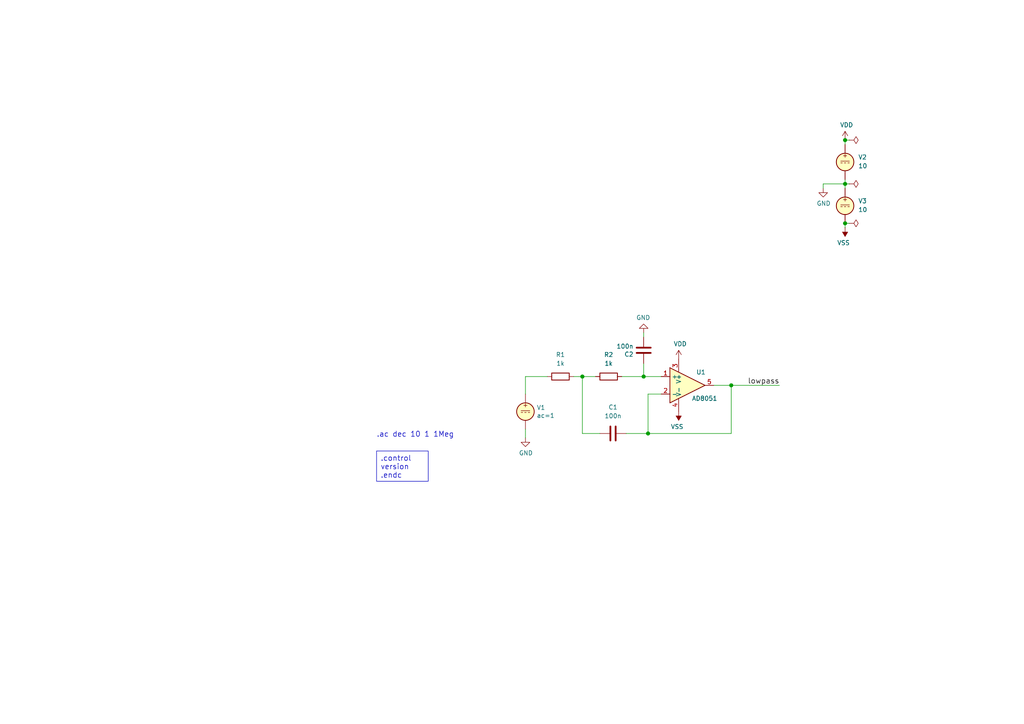
<source format=kicad_sch>
(kicad_sch (version 20250114) (generator "eeschema") (generator_version "9.0")
  (paper "A4")
  (lib_symbols
    (symbol "sallen_key_schlib:C" (pin_numbers (hide yes)) (pin_names (offset 0.254))
      (property "Reference" "C" (at 0.635 2.54 0))
      (property "Value" "C" (at 0.635 -2.54 0))
      (symbol "C_0_1"
        (polyline (pts (xy -2.032 0.762) (xy 2.032 0.762)) (stroke (width 0.508)))
        (polyline (pts (xy -2.032 -0.762) (xy 2.032 -0.762)) (stroke (width 0.508)))
      )
      (symbol "C_1_1"
        (pin passive line (at 0 3.81 270) (length 2.794) (name "~") (number "1"))
        (pin passive line (at 0 -3.81 90) (length 2.794) (name "~") (number "2"))
      )
    )
    (symbol "sallen_key_schlib:GND" (power) (pin_names (offset 0))
      (property "Value" "GND" (at 0 -3.81 0))
      (symbol "GND_0_1"
        (polyline (pts (xy 0 0) (xy 0 -1.27) (xy 1.27 -1.27) (xy 0 -2.54) (xy -1.27 -1.27) (xy 0 -1.27)))
      )
      (symbol "GND_1_1"
        (pin power_in line (at 0 0 270) (length 0) (hide yes) (name "GND") (number "1"))
      )
    )
    (symbol "sallen_key_schlib:Generic_Opamp"
      (property "Reference" "U" (at 0 6.35 0))
      (property "Value" "Generic_Opamp" (at 0 3.81 0))
      (symbol "Generic_Opamp_0_1"
        (polyline (pts (xy -5.08 5.08) (xy 5.08 0) (xy -5.08 -5.08) (xy -5.08 5.08)) (stroke (width 0.254)) (fill (type background)))
      )
      (symbol "Generic_Opamp_1_1"
        (pin input line (at -7.62 2.54 0) (length 2.54) (name "+") (number "1"))
        (pin input line (at -7.62 -2.54 0) (length 2.54) (name "-") (number "2"))
        (pin power_in line (at -2.54 7.62 270) (length 3.81) (name "V+") (number "3"))
        (pin power_in line (at -2.54 -7.62 90) (length 3.81) (name "V-") (number "4"))
        (pin output line (at 7.62 0 180) (length 2.54) (name "~") (number "5"))
      )
    )
    (symbol "sallen_key_schlib:PWR_FLAG" (power) (pin_numbers (hide yes)) (pin_names (offset 0) (hide yes))
      (property "Value" "PWR_FLAG" (at 0 3.81 0))
      (symbol "PWR_FLAG_0_0"
        (pin power_out line (at 0 0 90) (length 0) (name "pwr") (number "1"))
      )
      (symbol "PWR_FLAG_0_1"
        (polyline (pts (xy 0 0) (xy 0 1.27) (xy -1.016 1.905) (xy 0 2.54) (xy 1.016 1.905) (xy 0 1.27)))
      )
    )
    (symbol "sallen_key_schlib:R" (pin_numbers (hide yes)) (pin_names (offset 0))
      (property "Reference" "R" (at 2.032 0 90))
      (property "Value" "R" (at 0 0 90))
      (symbol "R_0_1"
        (rectangle (start -1.016 -2.54) (end 1.016 2.54) (stroke (width 0.254)))
      )
      (symbol "R_1_1"
        (pin passive line (at 0 3.81 270) (length 1.27) (name "~") (number "1"))
        (pin passive line (at 0 -3.81 90) (length 1.27) (name "~") (number "2"))
      )
    )
    (symbol "sallen_key_schlib:VDC" (pin_numbers (hide yes)) (pin_names (offset 0.0254))
      (property "Reference" "V" (at 2.54 2.54 0))
      (property "Value" "1" (at 2.54 0 0))
      (symbol "VDC_0_0"
        (polyline (pts (xy -1.27 0.254) (xy 1.27 0.254)))
        (polyline (pts (xy -0.762 -0.254) (xy -1.27 -0.254)))
        (polyline (pts (xy 0.254 -0.254) (xy -0.254 -0.254)))
        (polyline (pts (xy 1.27 -0.254) (xy 0.762 -0.254)))
        (text "+" (at 0 1.905 0) (effects (font (size 1.27 1.27))))
      )
      (symbol "VDC_0_1"
        (circle (center 0 0) (radius 2.54) (stroke (width 0.254)) (fill (type background)))
      )
      (symbol "VDC_1_1"
        (pin passive line (at 0 5.08 270) (length 2.54) (name "~") (number "1"))
        (pin passive line (at 0 -5.08 90) (length 2.54) (name "~") (number "2"))
      )
    )
    (symbol "sallen_key_schlib:VDD" (power) (pin_numbers (hide yes)) (pin_names (offset 0) (hide yes))
      (property "Value" "VDD" (at 0 3.556 0))
      (symbol "VDD_0_1"
        (polyline (pts (xy -0.762 1.27) (xy 0 2.54)))
        (polyline (pts (xy 0 2.54) (xy 0.762 1.27)))
        (polyline (pts (xy 0 0) (xy 0 2.54)))
      )
      (symbol "VDD_1_1"
        (pin power_in line (at 0 0 90) (length 0) (name "~") (number "1"))
      )
    )
    (symbol "sallen_key_schlib:VSS" (power) (pin_numbers (hide yes)) (pin_names (offset 0) (hide yes))
      (property "Value" "VSS" (at 0 3.556 0))
      (symbol "VSS_0_1"
        (polyline (pts (xy 0 0) (xy 0 2.54)))
        (polyline (pts (xy 0.762 1.27) (xy -0.762 1.27) (xy 0 2.54) (xy 0.762 1.27)) (fill (type outline)))
      )
      (symbol "VSS_1_1"
        (pin power_in line (at 0 0 90) (length 0) (name "~") (number "1"))
      )
    )
  )
  (text ".ac dec 10 1 1Meg\n" (at 109.22 127 0) (effects (font (size 1.524 1.524)) (justify left bottom)))
  (text_box ".control\nversion\n.endc" (at 109.22 130.81 0) (size 14.986 8.7796) (margins 1.143 1.143 1.143 1.143) (effects (font (size 1.524 1.524)) (justify left top)))
  (junction (at 245.11 40.64) (diameter 1.016))
  (junction (at 245.11 64.77) (diameter 1.016))
  (junction (at 168.91 109.22) (diameter 1.016))
  (junction (at 212.09 111.76) (diameter 1.016))
  (junction (at 245.11 53.34) (diameter 1.016))
  (junction (at 187.96 125.73) (diameter 1.016))
  (junction (at 186.69 109.22) (diameter 1.016))
  (wire (pts (xy 212.09 125.73) (xy 187.96 125.73)))
  (wire (pts (xy 168.91 109.22) (xy 172.72 109.22)))
  (wire (pts (xy 187.96 114.3) (xy 191.77 114.3)))
  (wire (pts (xy 186.69 109.22) (xy 191.77 109.22)))
  (wire (pts (xy 187.96 125.73) (xy 181.61 125.73)))
  (wire (pts (xy 180.34 109.22) (xy 186.69 109.22)))
  (wire (pts (xy 152.4 124.46) (xy 152.4 127)))
  (wire (pts (xy 246.38 64.77) (xy 245.11 64.77)))
  (wire (pts (xy 168.91 125.73) (xy 168.91 109.22)))
  (wire (pts (xy 212.09 125.73) (xy 212.09 111.76)))
  (wire (pts (xy 187.96 125.73) (xy 187.96 114.3)))
  (wire (pts (xy 212.09 111.76) (xy 226.06 111.76)))
  (wire (pts (xy 173.99 125.73) (xy 168.91 125.73)))
  (wire (pts (xy 166.37 109.22) (xy 168.91 109.22)))
  (wire (pts (xy 245.11 52.07) (xy 245.11 53.34)))
  (wire (pts (xy 238.76 53.34) (xy 238.76 54.61)))
  (wire (pts (xy 246.38 40.64) (xy 245.11 40.64)))
  (wire (pts (xy 186.69 105.41) (xy 186.69 109.22)))
  (wire (pts (xy 245.11 53.34) (xy 245.11 54.61)))
  (wire (pts (xy 245.11 66.04) (xy 245.11 64.77)))
  (wire (pts (xy 246.38 53.34) (xy 245.11 53.34)))
  (wire (pts (xy 245.11 40.64) (xy 245.11 41.91)))
  (wire (pts (xy 245.11 53.34) (xy 238.76 53.34)))
  (wire (pts (xy 186.69 96.52) (xy 186.69 97.79)))
  (wire (pts (xy 207.01 111.76) (xy 212.09 111.76)))
  (wire (pts (xy 158.75 109.22) (xy 152.4 109.22)))
  (wire (pts (xy 152.4 109.22) (xy 152.4 114.3)))
  (label "lowpass" (at 226.06 111.76 180) (effects (font (size 1.524 1.524))))
  (symbol (lib_id "sallen_key_schlib:VDC") (at 152.4 119.38 0) (unit 1)
    (property "Reference" "V1" (at 155.6512 118.2116 0) (effects (justify left)))
    (property "Value" "${SIM.PARAMS}" (at 155.6512 120.523 0) (effects (justify left)))
    (property "Fieldname" "Value" (effects (hide yes)))
    (property "Sim.Device" "V" (effects (hide yes)))
    (property "Sim.Params" "ac=1" (effects (hide yes)))
    (property "Sim.Pins" "1=+ 2=-" (effects (hide yes)))
    (property "Sim.Type" "DC" (effects (hide yes)))
  )
  (symbol (lib_id "sallen_key_schlib:Generic_Opamp") (at 199.39 111.76 0) (unit 1)
    (property "Reference" "U1" (at 201.93 107.95 0) (effects (justify left)))
    (property "Value" "AD8051" (at 200.66 115.57 0) (effects (justify left)))
    (property "Sim.Library" "ad8051.lib" (effects (hide yes)))
    (property "Sim.Name" "AD8051" (effects (hide yes)))
    (property "Sim.Pins" "1=1 2=2 3=99 4=50 5=45" (effects (hide yes)))
  )
  (symbol (lib_id "sallen_key_schlib:VDC") (at 245.11 46.99 0) (unit 1)
    (property "Reference" "V2" (at 248.92 45.5901 0) (effects (justify left)))
    (property "Value" "10" (at 248.92 48.1301 0) (effects (justify left)))
    (property "Sim.Device" "V" (effects (hide yes)))
    (property "Sim.Type" "DC" (effects (hide yes)))
    (property "Sim.Pins" "1=+ 2=-" (effects (hide yes)))
  )
  (symbol (lib_id "sallen_key_schlib:VDC") (at 245.11 59.69 0) (unit 1)
    (property "Reference" "V3" (at 248.92 58.2901 0) (effects (justify left)))
    (property "Value" "10" (at 248.92 60.8301 0) (effects (justify left)))
    (property "Sim.Device" "V" (effects (hide yes)))
    (property "Sim.Type" "DC" (effects (hide yes)))
    (property "Sim.Pins" "1=+ 2=-" (effects (hide yes)))
  )
  (symbol (lib_id "sallen_key_schlib:GND") (at 238.76 54.61 0) (unit 1)
    (property "Reference" "#PWR05" (effects (hide yes)))
    (property "Value" "GND" (at 238.887 59.0042 0))
  )
  (symbol (lib_id "sallen_key_schlib:VDD") (at 245.11 40.64 0) (unit 1)
    (property "Reference" "#PWR06" (effects (hide yes)))
    (property "Value" "VDD" (at 245.5418 36.2458 0))
    (property "Description" "Power symbol creates a global label with name \"VDD\"" (effects (hide yes)))
  )
  (symbol (lib_id "sallen_key_schlib:VSS") (at 245.11 66.04 180) (unit 1)
    (property "Reference" "#PWR07" (effects (hide yes)))
    (property "Value" "VSS" (at 244.6528 70.4342 0))
    (property "Description" "Power symbol creates a global label with name \"VSS\"" (effects (hide yes)))
  )
  (symbol (lib_id "sallen_key_schlib:VDD") (at 196.85 104.14 0) (unit 1)
    (property "Reference" "#PWR03" (effects (hide yes)))
    (property "Value" "VDD" (at 197.2818 99.7458 0))
    (property "Description" "Power symbol creates a global label with name \"VDD\"" (effects (hide yes)))
  )
  (symbol (lib_id "sallen_key_schlib:VSS") (at 196.85 119.38 180) (unit 1)
    (property "Reference" "#PWR04" (effects (hide yes)))
    (property "Value" "VSS" (at 196.3928 123.7742 0))
    (property "Description" "Power symbol creates a global label with name \"VSS\"" (effects (hide yes)))
  )
  (symbol (lib_id "sallen_key_schlib:R") (at 176.53 109.22 270) (unit 1)
    (property "Reference" "R2" (at 176.53 102.87 90))
    (property "Value" "1k" (at 176.53 105.41 90))
    (property "Description" "Resistor" (effects (hide yes)))
    (property "Fieldname" "Value" (effects (hide yes)))
    (property "Sim.Pins" "1=1 2=2" (effects (hide yes)))
  )
  (symbol (lib_id "sallen_key_schlib:R") (at 162.56 109.22 270) (unit 1)
    (property "Reference" "R1" (at 162.56 102.87 90))
    (property "Value" "1k" (at 162.56 105.41 90))
    (property "Description" "Resistor" (effects (hide yes)))
    (property "Fieldname" "Value" (effects (hide yes)))
    (property "Sim.Pins" "1=1 2=2" (effects (hide yes)))
  )
  (symbol (lib_id "sallen_key_schlib:C") (at 177.8 125.73 270) (unit 1)
    (property "Reference" "C1" (at 177.8 118.11 90))
    (property "Value" "100n" (at 177.8 120.65 90))
    (property "Description" "Unpolarized capacitor" (effects (hide yes)))
  )
  (symbol (lib_id "sallen_key_schlib:C") (at 186.69 101.6 180) (unit 1)
    (property "Reference" "C2" (at 183.769 102.7684 0) (effects (justify left)))
    (property "Value" "100n" (at 183.769 100.457 0) (effects (justify left)))
    (property "Description" "Unpolarized capacitor" (effects (hide yes)))
    (property "Fieldname" "Value" (effects (hide yes)))
    (property "Sim.Pins" "1=1 2=2" (effects (hide yes)))
  )
  (symbol (lib_id "sallen_key_schlib:GND") (at 186.69 96.52 180) (unit 1)
    (property "Reference" "#PWR02" (effects (hide yes)))
    (property "Value" "GND" (at 186.563 92.1258 0))
  )
  (symbol (lib_id "sallen_key_schlib:GND") (at 152.4 127 0) (unit 1)
    (property "Reference" "#PWR0101" (effects (hide yes)))
    (property "Value" "GND" (at 152.527 131.3942 0))
  )
  (symbol (lib_id "sallen_key_schlib:PWR_FLAG") (at 246.38 64.77 270) (unit 1)
    (property "Reference" "#FLG0101" (effects (hide yes)))
    (property "Value" "PWR_FLAG" (effects (hide yes)))
  )
  (symbol (lib_id "sallen_key_schlib:PWR_FLAG") (at 246.38 40.64 270) (unit 1)
    (property "Reference" "#FLG0103" (effects (hide yes)))
    (property "Value" "PWR_FLAG" (effects (hide yes)))
  )
  (symbol (lib_id "sallen_key_schlib:PWR_FLAG") (at 246.38 53.34 270) (unit 1)
    (property "Reference" "#FLG0102" (effects (hide yes)))
    (property "Value" "PWR_FLAG" (effects (hide yes)))
  )
)
</source>
